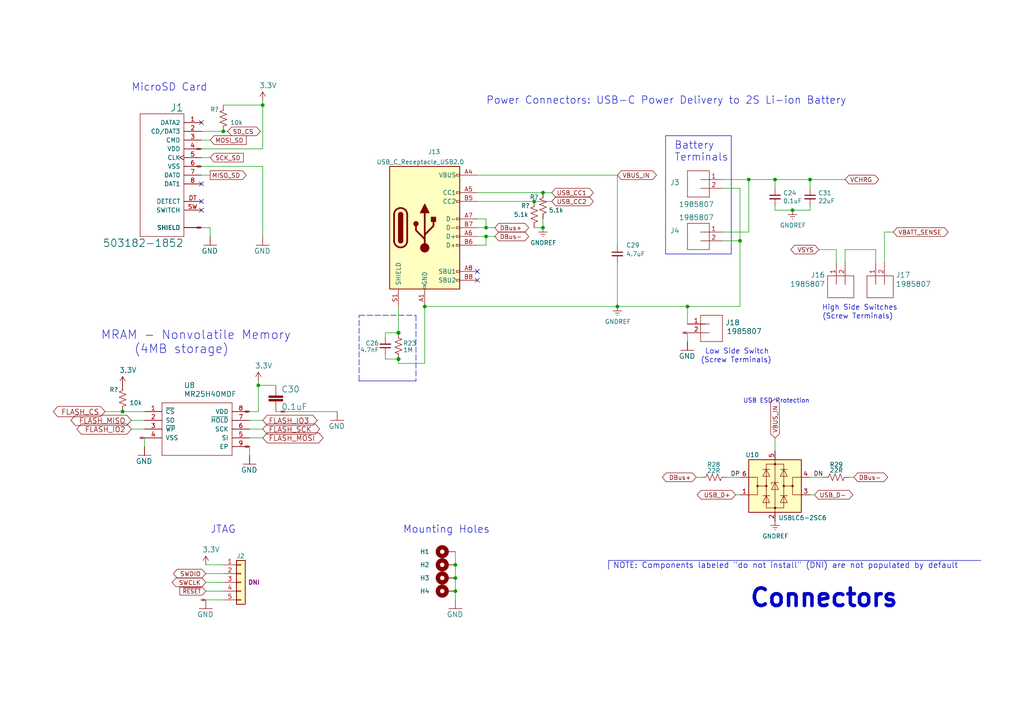
<source format=kicad_sch>
(kicad_sch (version 20230121) (generator eeschema)
  (paper "A4")
  (title_block (title "PyCubed Mainboard") (date "2021-06-09") (rev "v05c") (company "Max Holliday"))
  (lib_symbols
    (symbol "Connector_Generic:Conn_01x05" (pin_names (offset 1.016) hide)
      (property "Reference" "J" (at 0 7.62 0))
      (property "Value" "Conn_01x05" (at 0 -7.62 0))
      (symbol "Conn_01x05_1_1"
        (rectangle (start -1.27 -4.953) (end 0 -5.207) (stroke (width 0.1524)))
        (rectangle (start -1.27 -2.413) (end 0 -2.667) (stroke (width 0.1524)))
        (rectangle (start -1.27 0.127) (end 0 -0.127) (stroke (width 0.1524)))
        (rectangle (start -1.27 2.667) (end 0 2.413) (stroke (width 0.1524)))
        (rectangle (start -1.27 5.207) (end 0 4.953) (stroke (width 0.1524)))
        (rectangle (start -1.27 6.35) (end 1.27 -6.35) (stroke (width 0.254)) (fill (type background)))
        (pin passive line (at -5.08 5.08 0) (length 3.81) (name "Pin_1") (number "1"))
        (pin passive line (at -5.08 2.54 0) (length 3.81) (name "Pin_2") (number "2"))
        (pin passive line (at -5.08 0 0) (length 3.81) (name "Pin_3") (number "3"))
        (pin passive line (at -5.08 -2.54 0) (length 3.81) (name "Pin_4") (number "4"))
        (pin passive line (at -5.08 -5.08 0) (length 3.81) (name "Pin_5") (number "5"))
      )
    )
    (symbol "Device:C_Small" (pin_numbers hide) (pin_names (offset 0.254) hide)
      (property "Reference" "C" (at 0.254 1.778 0))
      (property "Value" "C_Small" (at 0.254 -2.032 0))
      (symbol "C_Small_0_1"
        (polyline (pts (xy -1.524 -0.508) (xy 1.524 -0.508)) (stroke (width 0.3302)))
        (polyline (pts (xy -1.524 0.508) (xy 1.524 0.508)) (stroke (width 0.3048)))
      )
      (symbol "C_Small_1_1"
        (pin passive line (at 0 2.54 270) (length 2.032) (name "~") (number "1"))
        (pin passive line (at 0 -2.54 90) (length 2.032) (name "~") (number "2"))
      )
    )
    (symbol "Device:R_US" (pin_numbers hide) (pin_names (offset 0))
      (property "Reference" "R" (at 2.54 0 90))
      (property "Value" "R_US" (at -2.54 0 90))
      (symbol "R_US_0_1"
        (polyline (pts (xy 0 -2.286) (xy 0 -2.54)))
        (polyline (pts (xy 0 2.286) (xy 0 2.54)))
        (polyline (pts (xy 0 -0.762) (xy 1.016 -1.143) (xy 0 -1.524) (xy -1.016 -1.905) (xy 0 -2.286)))
        (polyline (pts (xy 0 0.762) (xy 1.016 0.381) (xy 0 0) (xy -1.016 -0.381) (xy 0 -0.762)))
        (polyline (pts (xy 0 2.286) (xy 1.016 1.905) (xy 0 1.524) (xy -1.016 1.143) (xy 0 0.762)))
      )
      (symbol "R_US_1_1"
        (pin passive line (at 0 3.81 270) (length 1.27) (name "~") (number "1"))
        (pin passive line (at 0 -3.81 90) (length 1.27) (name "~") (number "2"))
      )
    )
    (symbol "Mechanical:MountingHole_Pad" (pin_numbers hide) (pin_names (offset 1.016) hide)
      (property "Reference" "H" (at 0 6.35 0))
      (property "Value" "MountingHole_Pad" (at 0 4.445 0))
      (symbol "MountingHole_Pad_0_1"
        (circle (center 0 1.27) (radius 1.27) (stroke (width 1.27)))
      )
      (symbol "MountingHole_Pad_1_1"
        (pin input line (at 0 -2.54 90) (length 2.54) (name "1") (number "1"))
      )
    )
    (symbol "Power_Protection:USBLC6-2SC6" (pin_names hide)
      (property "Reference" "U" (at 2.54 8.89 0))
      (property "Value" "USBLC6-2SC6" (at 2.54 -8.89 0))
      (symbol "USBLC6-2SC6_0_1"
        (rectangle (start -7.62 -7.62) (end 7.62 7.62) (stroke (width 0.254)) (fill (type background)))
        (circle (center -5.08 0) (radius 0.254) (fill (type outline)))
        (circle (center -2.54 0) (radius 0.254) (fill (type outline)))
        (rectangle (start -2.54 6.35) (end 2.54 -6.35))
        (circle (center 0 -6.35) (radius 0.254) (fill (type outline)))
        (polyline (pts (xy -5.08 -2.54) (xy -7.62 -2.54)))
        (polyline (pts (xy -5.08 0) (xy -5.08 -2.54)))
        (polyline (pts (xy -5.08 2.54) (xy -7.62 2.54)))
        (polyline (pts (xy -1.524 -2.794) (xy -3.556 -2.794)))
        (polyline (pts (xy -1.524 4.826) (xy -3.556 4.826)))
        (polyline (pts (xy 0 -7.62) (xy 0 -6.35)))
        (polyline (pts (xy 0 -6.35) (xy 0 1.27)))
        (polyline (pts (xy 0 1.27) (xy 0 6.35)))
        (polyline (pts (xy 0 6.35) (xy 0 7.62)))
        (polyline (pts (xy 1.524 -2.794) (xy 3.556 -2.794)))
        (polyline (pts (xy 1.524 4.826) (xy 3.556 4.826)))
        (polyline (pts (xy 5.08 -2.54) (xy 7.62 -2.54)))
        (polyline (pts (xy 5.08 0) (xy 5.08 -2.54)))
        (polyline (pts (xy 5.08 2.54) (xy 7.62 2.54)))
        (polyline (pts (xy -2.54 0) (xy -5.08 0) (xy -5.08 2.54)))
        (polyline (pts (xy 2.54 0) (xy 5.08 0) (xy 5.08 2.54)))
        (polyline (pts (xy -3.556 -4.826) (xy -1.524 -4.826) (xy -2.54 -2.794) (xy -3.556 -4.826)))
        (polyline (pts (xy -3.556 2.794) (xy -1.524 2.794) (xy -2.54 4.826) (xy -3.556 2.794)))
        (polyline (pts (xy -1.016 -1.016) (xy 1.016 -1.016) (xy 0 1.016) (xy -1.016 -1.016)))
        (polyline (pts (xy 1.016 1.016) (xy 0.762 1.016) (xy -1.016 1.016) (xy -1.016 0.508)))
        (polyline (pts (xy 3.556 -4.826) (xy 1.524 -4.826) (xy 2.54 -2.794) (xy 3.556 -4.826)))
        (polyline (pts (xy 3.556 2.794) (xy 1.524 2.794) (xy 2.54 4.826) (xy 3.556 2.794)))
        (circle (center 0 6.35) (radius 0.254) (fill (type outline)))
        (circle (center 2.54 0) (radius 0.254) (fill (type outline)))
        (circle (center 5.08 0) (radius 0.254) (fill (type outline)))
      )
      (symbol "USBLC6-2SC6_1_1"
        (pin passive line (at -10.16 -2.54 0) (length 2.54) (name "I/O1") (number "1"))
        (pin passive line (at 0 -10.16 90) (length 2.54) (name "GND") (number "2"))
        (pin passive line (at 10.16 -2.54 180) (length 2.54) (name "I/O2") (number "3"))
        (pin passive line (at 10.16 2.54 180) (length 2.54) (name "I/O2") (number "4"))
        (pin passive line (at 0 10.16 270) (length 2.54) (name "VBUS") (number "5"))
        (pin passive line (at -10.16 2.54 0) (length 2.54) (name "I/O1") (number "6"))
      )
    )
    (symbol "mainboard-rescue:USB_C_Receptacle_USB2.0-Connector" (pin_names (offset 1.016))
      (property "Reference" "J" (at -10.16 19.05 0))
      (property "Value" "Connector_USB_C_Receptacle_USB2.0" (at 19.05 19.05 0))
      (symbol "USB_C_Receptacle_USB2.0-Connector_0_0"
        (rectangle (start -0.254 -17.78) (end 0.254 -16.764))
        (rectangle (start 10.16 -14.986) (end 9.144 -15.494))
        (rectangle (start 10.16 -12.446) (end 9.144 -12.954))
        (rectangle (start 10.16 -4.826) (end 9.144 -5.334))
        (rectangle (start 10.16 -2.286) (end 9.144 -2.794))
        (rectangle (start 10.16 0.254) (end 9.144 -0.254))
        (rectangle (start 10.16 2.794) (end 9.144 2.286))
        (rectangle (start 10.16 7.874) (end 9.144 7.366))
        (rectangle (start 10.16 10.414) (end 9.144 9.906))
        (rectangle (start 10.16 15.494) (end 9.144 14.986))
      )
      (symbol "USB_C_Receptacle_USB2.0-Connector_0_1"
        (rectangle (start -10.16 17.78) (end 10.16 -17.78) (stroke (width 0.254)) (fill (type background)))
        (arc (start -8.89 -3.81) (mid -6.985 -5.7067) (end -5.08 -3.81) (stroke (width 0.508)))
        (arc (start -7.62 -3.81) (mid -6.985 -4.4423) (end -6.35 -3.81) (stroke (width 0.254)))
        (arc (start -7.62 -3.81) (mid -6.985 -4.4423) (end -6.35 -3.81) (stroke (width 0.254)) (fill (type outline)))
        (rectangle (start -7.62 -3.81) (end -6.35 3.81) (stroke (width 0.254)) (fill (type outline)))
        (arc (start -6.35 3.81) (mid -6.985 4.4423) (end -7.62 3.81) (stroke (width 0.254)))
        (arc (start -6.35 3.81) (mid -6.985 4.4423) (end -7.62 3.81) (stroke (width 0.254)) (fill (type outline)))
        (arc (start -5.08 3.81) (mid -6.985 5.7067) (end -8.89 3.81) (stroke (width 0.508)))
        (circle (center -2.54 1.143) (radius 0.635) (stroke (width 0.254)) (fill (type outline)))
        (circle (center 0 -5.842) (radius 1.27) (fill (type outline)))
        (polyline (pts (xy -8.89 -3.81) (xy -8.89 3.81)) (stroke (width 0.508)))
        (polyline (pts (xy -5.08 3.81) (xy -5.08 -3.81)) (stroke (width 0.508)))
        (polyline (pts (xy 0 -5.842) (xy 0 4.318)) (stroke (width 0.508)))
        (polyline (pts (xy 0 -3.302) (xy -2.54 -0.762) (xy -2.54 0.508)) (stroke (width 0.508)))
        (polyline (pts (xy 0 -2.032) (xy 2.54 0.508) (xy 2.54 1.778)) (stroke (width 0.508)))
        (polyline (pts (xy -1.27 4.318) (xy 0 6.858) (xy 1.27 4.318) (xy -1.27 4.318)) (stroke (width 0.254)) (fill (type outline)))
        (rectangle (start 1.905 1.778) (end 3.175 3.048) (stroke (width 0.254)) (fill (type outline)))
      )
      (symbol "USB_C_Receptacle_USB2.0-Connector_1_1"
        (pin power_in line (at 0 -22.86 90) (length 5.08) (name "GND") (number "A1"))
        (pin passive line (at 0 -22.86 90) (length 5.08) hide (name "GND") (number "A12"))
        (pin power_in line (at 15.24 15.24 180) (length 5.08) (name "VBUS") (number "A4"))
        (pin bidirectional line (at 15.24 10.16 180) (length 5.08) (name "CC1") (number "A5"))
        (pin bidirectional line (at 15.24 -2.54 180) (length 5.08) (name "D+") (number "A6"))
        (pin bidirectional line (at 15.24 2.54 180) (length 5.08) (name "D-") (number "A7"))
        (pin bidirectional line (at 15.24 -12.7 180) (length 5.08) (name "SBU1") (number "A8"))
        (pin passive line (at 15.24 15.24 180) (length 5.08) hide (name "VBUS") (number "A9"))
        (pin passive line (at 0 -22.86 90) (length 5.08) hide (name "GND") (number "B1"))
        (pin passive line (at 0 -22.86 90) (length 5.08) hide (name "GND") (number "B12"))
        (pin passive line (at 15.24 15.24 180) (length 5.08) hide (name "VBUS") (number "B4"))
        (pin bidirectional line (at 15.24 7.62 180) (length 5.08) (name "CC2") (number "B5"))
        (pin bidirectional line (at 15.24 -5.08 180) (length 5.08) (name "D+") (number "B6"))
        (pin bidirectional line (at 15.24 0 180) (length 5.08) (name "D-") (number "B7"))
        (pin bidirectional line (at 15.24 -15.24 180) (length 5.08) (name "SBU2") (number "B8"))
        (pin passive line (at 15.24 15.24 180) (length 5.08) hide (name "VBUS") (number "B9"))
        (pin passive line (at -7.62 -22.86 90) (length 5.08) (name "SHIELD") (number "S1"))
      )
    )
    (symbol "mainboard:2.2UF-0603-10V-20%" (pin_names (offset 1.016))
      (property "Reference" "C" (at 1.524 2.921 0))
      (property "Value" "2.2UF-0603-10V-20%" (at 1.524 -2.159 0))
      (symbol "2.2UF-0603-10V-20%_1_0"
        (rectangle (start -2.032 0.508) (end 2.032 1.016) (fill (type outline)))
        (rectangle (start -2.032 1.524) (end 2.032 2.032) (fill (type outline)))
        (polyline (pts (xy 0 0) (xy 0 0.508)))
        (polyline (pts (xy 0 2.54) (xy 0 2.032)))
        (pin passive line (at 0 5.08 270) (length 2.54) (name "1") (number "1"))
        (pin passive line (at 0 -2.54 90) (length 2.54) (name "2") (number "2"))
      )
    )
    (symbol "mainboard:3.3V" (power) (pin_names (offset 1.016))
      (property "Value" "3.3V" (at -1.016 3.556 0))
      (symbol "3.3V_1_0"
        (polyline (pts (xy 0 2.54) (xy -0.762 1.27)))
        (polyline (pts (xy 0.762 1.27) (xy 0 2.54)))
        (pin power_in line (at 0 0 90) (length 2.54) (name "3.3V") (number "1"))
      )
    )
    (symbol "mainboard:503182-1852" (pin_names (offset 1.016))
      (property "Reference" "J" (at 0 18.3642 0))
      (property "Value" "503182-1852" (at 0 -20.9042 0))
      (symbol "503182-1852_1_0"
        (polyline (pts (xy 0 -17.78) (xy 12.7 -17.78)))
        (polyline (pts (xy 0 17.78) (xy 0 -17.78)))
        (polyline (pts (xy 12.7 -17.78) (xy 12.7 17.78)))
        (polyline (pts (xy 12.7 17.78) (xy 0 17.78)))
        (pin bidirectional line (at -5.08 15.24 0) (length 5.08) (name "DATA2") (number "1"))
        (pin bidirectional line (at -5.08 12.7 0) (length 5.08) (name "CD/DAT3") (number "2"))
        (pin bidirectional line (at -5.08 10.16 0) (length 5.08) (name "CMD") (number "3"))
        (pin power_in line (at -5.08 7.62 0) (length 5.08) (name "VDD") (number "4"))
        (pin bidirectional clock (at -5.08 5.08 0) (length 5.08) (name "CLK") (number "5"))
        (pin power_in line (at -5.08 2.54 0) (length 5.08) (name "VSS") (number "6"))
        (pin bidirectional line (at -5.08 0 0) (length 5.08) (name "DAT0") (number "7"))
        (pin bidirectional line (at -5.08 -2.54 0) (length 5.08) (name "DAT1") (number "8"))
        (pin bidirectional line (at -5.08 -7.62 0) (length 5.08) (name "DETECT") (number "DT"))
        (pin passive line (at -5.08 -15.24 0) (length 5.08) (name "SHIELD") (number "P1"))
        (pin passive line (at -5.08 -15.24 0) (length 5.08) (name "SHIELD") (number "P2"))
        (pin passive line (at -5.08 -15.24 0) (length 5.08) (name "SHIELD") (number "P3"))
        (pin passive line (at -5.08 -15.24 0) (length 5.08) (name "SHIELD") (number "P4"))
        (pin passive line (at -5.08 -15.24 0) (length 5.08) (name "SHIELD") (number "P5"))
        (pin bidirectional line (at -5.08 -10.16 0) (length 5.08) (name "SWITCH") (number "SW"))
      )
    )
    (symbol "mainboard:GND" (power) (pin_names (offset 1.016))
      (property "Value" "GND" (at -2.54 -2.54 0))
      (symbol "GND_1_0"
        (polyline (pts (xy -1.905 0) (xy 1.905 0)))
        (pin power_in line (at 0 2.54 270) (length 2.54) (name "GND") (number "1"))
      )
    )
    (symbol "mainboard:M023.5MM_LOCK" (pin_names (offset 1.016))
      (property "Reference" "JP" (at -2.54 5.842 0))
      (property "Value" "M023.5MM_LOCK" (at -2.54 -5.08 0))
      (symbol "M023.5MM_LOCK_1_0"
        (polyline (pts (xy -2.54 5.08) (xy -2.54 -2.54)))
        (polyline (pts (xy -2.54 5.08) (xy 3.81 5.08)))
        (polyline (pts (xy 1.27 0) (xy 2.54 0)))
        (polyline (pts (xy 1.27 2.54) (xy 2.54 2.54)))
        (polyline (pts (xy 3.81 -2.54) (xy -2.54 -2.54)))
        (polyline (pts (xy 3.81 -2.54) (xy 3.81 5.08)))
        (pin passive line (at 7.62 0 180) (length 5.08) (name "1") (number "1"))
        (pin passive line (at 7.62 2.54 180) (length 5.08) (name "2") (number "2"))
      )
    )
    (symbol "mainboard:MR25H40MDF" (pin_names (offset 1.016))
      (property "Reference" "U" (at 11.43 7.62 0))
      (property "Value" "MR25H40MDF" (at 11.43 5.08 0))
      (symbol "MR25H40MDF_1_0"
        (polyline (pts (xy 5.08 2.54) (xy 5.08 -12.7)))
        (polyline (pts (xy 5.08 2.54) (xy 25.4 2.54)))
        (polyline (pts (xy 25.4 -12.7) (xy 5.08 -12.7)))
        (polyline (pts (xy 25.4 -12.7) (xy 25.4 2.54)))
        (pin bidirectional line (at 0 0 0) (length 5.08) (name "~{CS}") (number "1"))
        (pin bidirectional line (at 0 -2.54 0) (length 5.08) (name "SO") (number "2"))
        (pin bidirectional line (at 0 -5.08 0) (length 5.08) (name "~{WP}") (number "3"))
        (pin bidirectional line (at 0 -7.62 0) (length 5.08) (name "VSS") (number "4"))
        (pin bidirectional line (at 30.48 -7.62 180) (length 5.08) (name "SI") (number "5"))
        (pin bidirectional line (at 30.48 -5.08 180) (length 5.08) (name "SCK") (number "6"))
        (pin bidirectional line (at 30.48 -2.54 180) (length 5.08) (name "~{HOLD}") (number "7"))
        (pin bidirectional line (at 30.48 0 180) (length 5.08) (name "VDD") (number "8"))
        (pin bidirectional line (at 30.48 -10.16 180) (length 5.08) (name "EP") (number "9"))
      )
    )
    (symbol "power:GNDREF" (power) (pin_names (offset 0))
      (property "Value" "GNDREF" (at 0 -3.81 0))
      (symbol "GNDREF_0_1"
        (polyline (pts (xy -0.635 -1.905) (xy 0.635 -1.905)))
        (polyline (pts (xy -0.127 -2.54) (xy 0.127 -2.54)))
        (polyline (pts (xy 0 -1.27) (xy 0 0)))
        (polyline (pts (xy 1.27 -1.27) (xy -1.27 -1.27)))
      )
      (symbol "GNDREF_1_1"
        (pin power_in line (at 0 0 270) (length 0) hide (name "GNDREF") (number "1"))
      )
    )
  )
  (junction (at 76.2 30.48))
  (junction (at 64.77 38.1))
  (junction (at 234.95 52.07))
  (junction (at 214.63 69.85))
  (junction (at 229.87 60.96))
  (junction (at 35.56 119.38))
  (junction (at 157.48 55.88))
  (junction (at 140.97 66.04))
  (junction (at 132.08 163.83))
  (junction (at 123.19 88.9))
  (junction (at 199.39 88.9))
  (junction (at 115.57 104.14) (diameter 1.016))
  (junction (at 132.08 171.45))
  (junction (at 217.17 52.07))
  (junction (at 179.07 88.9))
  (junction (at 140.97 68.58))
  (junction (at 157.48 66.04))
  (junction (at 154.94 58.42))
  (junction (at 224.79 52.07))
  (junction (at 74.93 111.76))
  (junction (at 132.08 167.64))
  (junction (at 115.57 96.52) (diameter 1.016))
  (no_connect (at 138.43 81.28))
  (no_connect (at 58.42 58.42))
  (no_connect (at 58.42 60.96))
  (no_connect (at 138.43 78.74))
  (no_connect (at 58.42 53.34))
  (no_connect (at 58.42 35.56))
  (wire (pts (xy 38.1 121.92) (xy 41.91 121.92)))
  (wire (pts (xy 242.57 72.39) (xy 242.57 76.2)))
  (wire (pts (xy 80.01 111.76) (xy 74.93 111.76)))
  (wire (pts (xy 64.77 166.37) (xy 59.69 166.37)))
  (wire (pts (xy 140.97 68.58) (xy 138.43 68.58)))
  (wire (pts (xy 245.11 72.39) (xy 254 72.39)))
  (wire (pts (xy 132.08 171.45) (xy 132.08 173.99)))
  (polyline (pts (xy 120.65 91.44) (xy 120.65 110.49)) (stroke (width 0) (type dash)))
  (wire (pts (xy 140.97 71.12) (xy 140.97 68.58)))
  (wire (pts (xy 199.39 96.52) (xy 199.39 99.06)))
  (wire (pts (xy 199.39 88.9) (xy 214.63 88.9)))
  (wire (pts (xy 203.2 138.43) (xy 201.93 138.43)))
  (wire (pts (xy 132.08 160.02) (xy 132.08 163.83)))
  (wire (pts (xy 41.91 127) (xy 41.91 129.54)))
  (wire (pts (xy 74.93 111.76) (xy 74.93 110.49)))
  (wire (pts (xy 64.77 30.48) (xy 76.2 30.48)))
  (wire (pts (xy 58.42 48.26) (xy 76.2 48.26)))
  (wire (pts (xy 199.39 93.98) (xy 199.39 88.9)))
  (wire (pts (xy 247.65 138.43) (xy 246.38 138.43)))
  (wire (pts (xy 72.39 119.38) (xy 74.93 119.38)))
  (polyline (pts (xy 176.53 162.56) (xy 284.48 162.56)))
  (wire (pts (xy 214.63 138.43) (xy 210.82 138.43)))
  (wire (pts (xy 30.48 119.38) (xy 35.56 119.38)))
  (wire (pts (xy 224.79 127) (xy 224.79 130.81)))
  (wire (pts (xy 138.43 58.42) (xy 154.94 58.42)))
  (wire (pts (xy 64.77 168.91) (xy 59.69 168.91)))
  (wire (pts (xy 58.42 38.1) (xy 64.77 38.1)))
  (wire (pts (xy 115.57 104.14) (xy 115.57 105.41)))
  (wire (pts (xy 209.55 52.07) (xy 217.17 52.07)))
  (wire (pts (xy 234.95 143.51) (xy 236.22 143.51)))
  (wire (pts (xy 58.42 66.04) (xy 60.96 66.04)))
  (wire (pts (xy 60.96 66.04) (xy 60.96 68.58)))
  (wire (pts (xy 234.95 52.07) (xy 245.11 52.07)))
  (polyline (pts (xy 104.14 110.49) (xy 120.65 110.49)))
  (wire (pts (xy 217.17 52.07) (xy 224.79 52.07)))
  (wire (pts (xy 154.94 58.42) (xy 160.02 58.42)))
  (wire (pts (xy 179.07 50.8) (xy 138.43 50.8)))
  (wire (pts (xy 140.97 63.5) (xy 140.97 66.04)))
  (wire (pts (xy 140.97 66.04) (xy 138.43 66.04)))
  (wire (pts (xy 138.43 55.88) (xy 157.48 55.88)))
  (wire (pts (xy 157.48 66.04) (xy 157.48 63.5)))
  (wire (pts (xy 111.76 102.87) (xy 111.76 104.14)))
  (polyline (pts (xy 104.14 91.44) (xy 120.65 91.44)) (stroke (width 0) (type dash)))
  (wire (pts (xy 138.43 71.12) (xy 140.97 71.12)))
  (wire (pts (xy 245.11 76.2) (xy 245.11 72.39)))
  (polyline (pts (xy 193.04 73.66) (xy 193.04 39.37)))
  (wire (pts (xy 74.93 119.38) (xy 74.93 111.76)))
  (wire (pts (xy 72.39 129.54) (xy 72.39 132.08)))
  (wire (pts (xy 234.95 54.61) (xy 234.95 52.07)))
  (wire (pts (xy 224.79 60.96) (xy 224.79 59.69)))
  (polyline (pts (xy 176.53 165.1) (xy 176.53 162.56)))
  (polyline (pts (xy 212.09 73.66) (xy 212.09 39.37)))
  (wire (pts (xy 80.01 119.38) (xy 97.79 119.38)))
  (wire (pts (xy 209.55 54.61) (xy 214.63 54.61)))
  (wire (pts (xy 76.2 121.92) (xy 72.39 121.92)))
  (wire (pts (xy 76.2 124.46) (xy 72.39 124.46)))
  (wire (pts (xy 224.79 54.61) (xy 224.79 52.07)))
  (wire (pts (xy 214.63 69.85) (xy 209.55 69.85)))
  (wire (pts (xy 224.79 52.07) (xy 234.95 52.07)))
  (wire (pts (xy 58.42 43.18) (xy 76.2 43.18)))
  (wire (pts (xy 256.54 67.31) (xy 259.08 67.31)))
  (wire (pts (xy 234.95 60.96) (xy 234.95 59.69)))
  (wire (pts (xy 132.08 167.64) (xy 132.08 171.45)))
  (wire (pts (xy 154.94 66.04) (xy 157.48 66.04)))
  (wire (pts (xy 254 72.39) (xy 254 76.2)))
  (wire (pts (xy 115.57 96.52) (xy 111.76 96.52)))
  (wire (pts (xy 76.2 43.18) (xy 76.2 30.48)))
  (polyline (pts (xy 104.14 110.49) (xy 104.14 91.44)) (stroke (width 0) (type dash)))
  (wire (pts (xy 64.77 38.1) (xy 66.04 38.1)))
  (wire (pts (xy 59.69 163.83) (xy 64.77 163.83)))
  (wire (pts (xy 123.19 105.41) (xy 123.19 88.9)))
  (wire (pts (xy 38.1 124.46) (xy 41.91 124.46)))
  (wire (pts (xy 111.76 96.52) (xy 111.76 97.79)))
  (wire (pts (xy 213.36 143.51) (xy 214.63 143.51)))
  (wire (pts (xy 76.2 30.48) (xy 76.2 29.21)))
  (wire (pts (xy 140.97 66.04) (xy 143.51 66.04)))
  (wire (pts (xy 224.79 60.96) (xy 229.87 60.96)))
  (wire (pts (xy 256.54 76.2) (xy 256.54 67.31)))
  (wire (pts (xy 237.49 72.39) (xy 242.57 72.39)))
  (wire (pts (xy 214.63 54.61) (xy 214.63 69.85)))
  (wire (pts (xy 58.42 50.8) (xy 60.96 50.8)))
  (wire (pts (xy 58.42 45.72) (xy 60.96 45.72)))
  (wire (pts (xy 179.07 50.8) (xy 179.07 71.12)))
  (wire (pts (xy 64.77 171.45) (xy 59.69 171.45)))
  (polyline (pts (xy 193.04 39.37) (xy 212.09 39.37)))
  (wire (pts (xy 115.57 88.9) (xy 115.57 96.52)))
  (wire (pts (xy 229.87 60.96) (xy 234.95 60.96)))
  (wire (pts (xy 59.69 173.99) (xy 64.77 173.99)))
  (wire (pts (xy 76.2 48.26) (xy 76.2 68.58)))
  (wire (pts (xy 111.76 104.14) (xy 115.57 104.14)))
  (wire (pts (xy 214.63 88.9) (xy 214.63 69.85)))
  (wire (pts (xy 179.07 76.2) (xy 179.07 88.9)))
  (wire (pts (xy 179.07 88.9) (xy 199.39 88.9)))
  (wire (pts (xy 132.08 163.83) (xy 132.08 167.64)))
  (wire (pts (xy 35.56 119.38) (xy 41.91 119.38)))
  (wire (pts (xy 217.17 52.07) (xy 217.17 67.31)))
  (wire (pts (xy 209.55 67.31) (xy 217.17 67.31)))
  (wire (pts (xy 238.76 138.43) (xy 234.95 138.43)))
  (wire (pts (xy 58.42 40.64) (xy 60.96 40.64)))
  (wire (pts (xy 140.97 68.58) (xy 143.51 68.58)))
  (wire (pts (xy 123.19 88.9) (xy 179.07 88.9)))
  (polyline (pts (xy 193.04 73.66) (xy 212.09 73.66)))
  (wire (pts (xy 157.48 55.88) (xy 160.02 55.88)))
  (wire (pts (xy 76.2 127) (xy 72.39 127)))
  (wire (pts (xy 138.43 63.5) (xy 140.97 63.5)))
  (wire (pts (xy 115.57 105.41) (xy 123.19 105.41)))
  (text "Power Connectors: USB-C Power Delivery to 2S Li-ion Battery" (at 140.97 30.48 0) (effects (font (size 2.159 2.159)) (justify left bottom)))
  (text "(Screw Terminals)" (at 259.08 92.71 0) (effects (font (size 1.4986 1.4986)) (justify right bottom)))
  (text "MicroSD Card" (at 38.1 26.67 0) (effects (font (size 2.159 2.159)) (justify left bottom)))
  (text "Mounting Holes" (at 116.84 154.94 0) (effects (font (size 2.159 2.159)) (justify left bottom)))
  (text "Low Side Switch" (at 204.47 102.87 0) (effects (font (size 1.4986 1.4986)) (justify left bottom)))
  (text "JTAG" (at 60.96 154.94 0) (effects (font (size 2.159 2.159)) (justify left bottom)))
  (text "Connectors" (at 217.17 176.53 0) (effects (font (size 5.08 5.08) (thickness 1.016) bold) (justify left bottom)))
  (text "(Screw Terminals)" (at 203.2 105.41 0) (effects (font (size 1.4986 1.4986)) (justify left bottom)))
  (text "USB ESD Protection" (at 215.519 117.094 0) (effects (font (size 1.27 1.27)) (justify left bottom)))
  (text "Battery\nTerminals" (at 195.58 46.99 0) (effects (font (size 2.159 2.159)) (justify left bottom)))
  (text "High Side Switches" (at 260.35 90.17 0) (effects (font (size 1.4986 1.4986)) (justify right bottom)))
  (text "MRAM - Nonvolatile Memory\n     (4MB storage)" (at 29.21 102.87 0) (effects (font (size 2.54 2.54)) (justify left bottom)))
  (text "NOTE: Components labeled \"do not install\" (DNI) are not populated by default" (at 177.8 165.1 0) (effects (font (size 1.651 1.651)) (justify left bottom)))
  (label "DP" (at 214.63 138.43 180))
  (label "DN" (at 238.76 138.43 180))
  (global_label "GND" (shape bidirectional) (at 81.28 119.38 0) (effects (font (size 0.254 0.254))) (property "Intersheetrefs" "${INTERSHEET_REFS}" (effects hide)))
  (global_label "FLASH_MOSI" (shape bidirectional) (at 76.2 127 0) (effects (font (size 1.4986 1.4986))) (property "Intersheetrefs" "${INTERSHEET_REFS}" (effects hide)))
  (global_label "MOSI_SD" (shape input) (at 60.96 40.64 0) (property "Intersheetrefs" "${INTERSHEET_REFS}" (effects hide)))
  (global_label "DBus-" (shape bidirectional) (at 143.51 68.58 0) (property "Intersheetrefs" "${INTERSHEET_REFS}" (effects hide)))
  (global_label "USB_D+" (shape bidirectional) (at 213.36 143.51 180) (property "Intersheetrefs" "${INTERSHEET_REFS}" (effects hide)))
  (global_label "FLASH_IO2" (shape bidirectional) (at 38.1 124.46 180) (effects (font (size 1.4986 1.4986))) (property "Intersheetrefs" "${INTERSHEET_REFS}" (effects hide)))
  (global_label "3.3V" (shape bidirectional) (at 72.39 119.38 180) (effects (font (size 0.254 0.254))) (property "Intersheetrefs" "${INTERSHEET_REFS}" (effects hide)))
  (global_label "DBus+" (shape bidirectional) (at 143.51 66.04 0) (property "Intersheetrefs" "${INTERSHEET_REFS}" (effects hide)))
  (global_label "FLASH_IO3" (shape bidirectional) (at 76.2 121.92 0) (effects (font (size 1.4986 1.4986))) (property "Intersheetrefs" "${INTERSHEET_REFS}" (effects hide)))
  (global_label "GND" (shape bidirectional) (at 59.69 173.99 180) (effects (font (size 0.254 0.254))) (property "Intersheetrefs" "${INTERSHEET_REFS}" (effects hide)))
  (global_label "VBATT_SENSE" (shape bidirectional) (at 259.08 67.31 0) (property "Intersheetrefs" "${INTERSHEET_REFS}" (effects hide)))
  (global_label "VBUS_IN" (shape bidirectional) (at 179.07 50.8 0) (property "Intersheetrefs" "${INTERSHEET_REFS}" (effects hide)))
  (global_label "3.3V" (shape bidirectional) (at 58.42 43.18 180) (effects (font (size 0.254 0.254))) (property "Intersheetrefs" "${INTERSHEET_REFS}" (effects hide)))
  (global_label "GND" (shape bidirectional) (at 41.91 127 180) (effects (font (size 0.254 0.254))) (property "Intersheetrefs" "${INTERSHEET_REFS}" (effects hide)))
  (global_label "FLASH_MISO" (shape bidirectional) (at 38.1 121.92 180) (effects (font (size 1.4986 1.4986))) (property "Intersheetrefs" "${INTERSHEET_REFS}" (effects hide)))
  (global_label "GND" (shape bidirectional) (at 58.42 48.26 180) (effects (font (size 0.254 0.254))) (property "Intersheetrefs" "${INTERSHEET_REFS}" (effects hide)))
  (global_label "FLASH_SCK" (shape bidirectional) (at 76.2 124.46 0) (effects (font (size 1.4986 1.4986))) (property "Intersheetrefs" "${INTERSHEET_REFS}" (effects hide)))
  (global_label "DBus-" (shape bidirectional) (at 247.65 138.43 0) (property "Intersheetrefs" "${INTERSHEET_REFS}" (effects hide)))
  (global_label "VSYS" (shape bidirectional) (at 237.49 72.39 180) (property "Intersheetrefs" "${INTERSHEET_REFS}" (effects hide)))
  (global_label "USB_D-" (shape bidirectional) (at 236.22 143.51 0) (property "Intersheetrefs" "${INTERSHEET_REFS}" (effects hide)))
  (global_label "SD_CS" (shape bidirectional) (at 66.04 38.1 0) (property "Intersheetrefs" "${INTERSHEET_REFS}" (effects hide)))
  (global_label "USB_CC2" (shape bidirectional) (at 160.02 58.42 0) (property "Intersheetrefs" "${INTERSHEET_REFS}" (effects hide)))
  (global_label "MISO_SD" (shape output) (at 60.96 50.8 0) (property "Intersheetrefs" "${INTERSHEET_REFS}" (effects hide)))
  (global_label "SWDIO" (shape bidirectional) (at 59.69 166.37 180) (property "Intersheetrefs" "${INTERSHEET_REFS}" (effects hide)))
  (global_label "USB_CC1" (shape bidirectional) (at 160.02 55.88 0) (property "Intersheetrefs" "${INTERSHEET_REFS}" (effects hide)))
  (global_label "GND" (shape bidirectional) (at 72.39 129.54 180) (effects (font (size 0.254 0.254))) (property "Intersheetrefs" "${INTERSHEET_REFS}" (effects hide)))
  (global_label "FLASH_CS" (shape bidirectional) (at 30.48 119.38 180) (effects (font (size 1.4986 1.4986))) (property "Intersheetrefs" "${INTERSHEET_REFS}" (effects hide)))
  (global_label "GND" (shape bidirectional) (at 199.39 96.52 180) (effects (font (size 0.254 0.254))) (property "Intersheetrefs" "${INTERSHEET_REFS}" (effects hide)))
  (global_label "~{RESET}" (shape input) (at 59.69 171.45 180) (effects (font (size 1.1684 1.1684))) (property "Intersheetrefs" "${INTERSHEET_REFS}" (effects hide)))
  (global_label "GND" (shape bidirectional) (at 58.42 66.04 180) (effects (font (size 0.254 0.254))) (property "Intersheetrefs" "${INTERSHEET_REFS}" (effects hide)))
  (global_label "VBUS_IN" (shape bidirectional) (at 224.79 127 90) (property "Intersheetrefs" "${INTERSHEET_REFS}" (effects hide)))
  (global_label "SCK_SD" (shape input) (at 60.96 45.72 0) (property "Intersheetrefs" "${INTERSHEET_REFS}" (effects hide)))
  (global_label "VCHRG" (shape bidirectional) (at 245.11 52.07 0) (property "Intersheetrefs" "${INTERSHEET_REFS}" (effects hide)))
  (global_label "DBus+" (shape bidirectional) (at 201.93 138.43 180) (property "Intersheetrefs" "${INTERSHEET_REFS}" (effects hide)))
  (global_label "SWCLK" (shape bidirectional) (at 59.69 168.91 180) (property "Intersheetrefs" "${INTERSHEET_REFS}" (effects hide)))
  (symbol (lib_id "mainboard:GND") (at 41.91 132.08 0) (unit 1)
    (property "Reference" "#GND022" (effects hide))
    (property "Value" "GND" (at 39.37 134.62 0) (effects (font (size 1.4986 1.4986)) (justify left bottom)))
    (instances (project "mainboard" (path "" (reference "#GND022") (unit 1)) (path "" (reference "#GND?") (unit 1))))
  )
  (symbol (lib_id "mainboard:M023.5MM_LOCK") (at 201.93 52.07 0) (mirror x) (unit 1)
    (property "Reference" "J3" (at 194.31 52.07 0) (effects (font (size 1.4986 1.4986)) (justify left bottom)))
    (property "Value" "1985807" (at 196.85 58.42 0) (effects (font (size 1.4986 1.4986)) (justify left bottom)))
    (property "Footprint" "mainboard:SCREWTERMINAL-3.5MM-2_LOCK" (effects hide))
    (property "Datasheet" "https://www.mouser.com/datasheet/2/324/4/1985807-1458929.pdf" (effects hide))
    (property "Description" "2-pin Screw Terminal - Side Entry" (effects hide))
    (property "Flight" "1985807" (effects hide))
    (property "Manufacturer_Name" "Phoenix Contact" (effects hide))
    (property "Manufacturer_Part_Number" "1985807" (effects hide))
    (property "Proto" "1985807" (effects hide))
    (instances (project "mainboard" (path "" (reference "J3") (unit 1)) (path "" (reference "JP?") (unit 1))))
  )
  (symbol (lib_id "mainboard:503182-1852") (at 53.34 50.8 0) (mirror y) (unit 1)
    (property "Reference" "J1" (at 53.34 32.4358 0) (effects (font (size 2.159 2.159)) (justify left bottom)))
    (property "Value" "503182-1852" (at 53.34 71.7296 0) (effects (font (size 2.159 2.159)) (justify left bottom)))
    (property "Footprint" "mainboard:MOLEX_503182-1852" (effects hide))
    (property "Datasheet" "https://www.molex.com/pdm_docs/sd/5031821852_sd.pdf" (effects hide))
    (property "Description" "Molex microSD Card Socket" (effects hide))
    (property "Flight" "5031821852" (effects hide))
    (property "Manufacturer_Name" "Molex" (effects hide))
    (property "Manufacturer_Part_Number" "5031821852" (effects hide))
    (property "Proto" "5031821852" (effects hide))
    (instances (project "mainboard" (path "" (reference "J1") (unit 1)) (path "" (reference "J?") (unit 1))))
  )
  (symbol (lib_id "mainboard:MR25H40MDF") (at 41.91 119.38 0) (unit 1)
    (property "Reference" "U8" (at 53.34 111.76 0) (effects (font (size 1.4986 1.4986)) (justify left)))
    (property "Value" "MR25H40MDF" (at 53.34 114.3 0) (effects (font (size 1.4986 1.4986)) (justify left)))
    (property "Footprint" "mainboard:SON127P600X500X90-9N" (effects hide))
    (property "Datasheet" "https://www.winbond.com/resource-files/w25q80dv%20dl_revh_10022015.pdf" (effects hide))
    (property "Description" "Non-Volatile Memory" (effects hide))
    (property "Flight" "MR25H40MDF" (effects hide))
    (property "Manufacturer_Name" "Everspin Technologies Inc." (effects hide))
    (property "Manufacturer_Part_Number" "W25Q80DVSNIG" (effects hide))
    (property "Proto" "W25Q80DVSNIG" (effects hide))
    (instances (project "mainboard" (path "" (reference "U8") (unit 1)) (path "" (reference "U?") (unit 1))))
  )
  (symbol (lib_id "mainboard:M023.5MM_LOCK") (at 201.93 67.31 0) (mirror x) (unit 1)
    (property "Reference" "J4" (at 194.31 66.04 0) (effects (font (size 1.4986 1.4986)) (justify left bottom)))
    (property "Value" "1985807" (at 196.85 62.23 0) (effects (font (size 1.4986 1.4986)) (justify left bottom)))
    (property "Footprint" "mainboard:SCREWTERMINAL-3.5MM-2_LOCK" (effects hide))
    (property "Datasheet" "https://www.mouser.com/datasheet/2/324/4/1985807-1458929.pdf" (effects hide))
    (property "Description" "2-pin Screw Terminal - Side Entry" (effects hide))
    (property "Flight" "1985807" (effects hide))
    (property "Manufacturer_Name" "Phoenix Contact" (effects hide))
    (property "Manufacturer_Part_Number" "1985807" (effects hide))
    (property "Proto" "1985807" (effects hide))
    (instances (project "mainboard" (path "" (reference "J4") (unit 1)) (path "" (reference "JP?") (unit 1))))
  )
  (symbol (lib_id "mainboard:2.2UF-0603-10V-20%") (at 80.01 116.84 0) (unit 1)
    (property "Reference" "C30" (at 81.534 113.919 0) (effects (font (size 1.778 1.778)) (justify left bottom)))
    (property "Value" "0.1uF" (at 81.534 118.999 0) (effects (font (size 1.778 1.778)) (justify left bottom)))
    (property "Footprint" "Capacitor_SMD:C_0603_1608Metric" (effects hide))
    (property "Description" "0.1uF +-10% 50V X7R 0603" (effects hide))
    (instances (project "mainboard" (path "" (reference "C30") (unit 1)) (path "" (reference "C?") (unit 1))))
  )
  (symbol (lib_id "mainboard:GND") (at 97.79 121.92 0) (unit 1)
    (property "Reference" "#GND065" (effects hide))
    (property "Value" "GND" (at 95.25 124.46 0) (effects (font (size 1.4986 1.4986)) (justify left bottom)))
    (instances (project "mainboard" (path "" (reference "#GND065") (unit 1)) (path "" (reference "#GND?") (unit 1))))
  )
  (symbol (lib_id "mainboard:GND") (at 59.69 176.53 0) (unit 1)
    (property "Reference" "#GND023" (effects hide))
    (property "Value" "GND" (at 57.15 179.07 0) (effects (font (size 1.4986 1.4986)) (justify left bottom)))
    (instances (project "mainboard" (path "" (reference "#GND023") (unit 1)) (path "" (reference "#GND?") (unit 1))))
  )
  (symbol (lib_id "Connector_Generic:Conn_01x05") (at 69.85 168.91 0) (unit 1)
    (property "Reference" "J2" (at 68.58 161.29 0) (effects (justify left)))
    (property "Value" "Conn_01x05" (effects hide))
    (property "Footprint" "Connector_PinHeader_2.54mm:PinHeader_1x05_P2.54mm_Vertical" (effects hide))
    (property "DNI" "DNI" (at 73.66 168.91 0) (effects (font bold)))
    (property "Description" "Vertical Header - 0.1in (2.54mm)" (effects hide))
  )
  (symbol (lib_id "mainboard:3.3V") (at 59.69 163.83 0) (unit 1)
    (property "Reference" "#SUPPLY0102" (effects hide))
    (property "Value" "3.3V" (at 58.674 160.274 0) (effects (font (size 1.4986 1.4986)) (justify left bottom)))
    (instances (project "mainboard" (path "" (reference "#SUPPLY0102") (unit 1)) (path "" (reference "#SUPPLY?") (unit 1))))
  )
  (symbol (lib_id "mainboard-rescue:USB_C_Receptacle_USB2.0-Connector") (at 123.19 66.04 0) (unit 1)
    (property "Reference" "J13" (at 125.9078 44.0182 0))
    (property "Value" "USB_C_Receptacle_USB2.0" (at 121.92 46.99 0))
    (property "Footprint" "mainboard:USB_C_Receptacle_XKB_U262-161N-4BVC11" (effects hide))
    (property "Datasheet" "https://datasheet.lcsc.com/szlcsc/XKB-U262-16XN-4BVC11_C319148.pdf" (effects hide))
    (property "Description" "USB Type-C Connector - Single sided" (effects hide))
    (property "Flight" "U262-161N-4BVC11" (effects hide))
    (property "Manufacturer_Name" "XKB Connectivity" (effects hide))
    (property "Manufacturer_Part_Number" "U262-161N-4BVC11" (effects hide))
    (property "Proto" "U262-161N-4BVC11" (effects hide))
  )
  (symbol (lib_id "Device:C_Small") (at 224.79 57.15 0) (unit 1)
    (property "Reference" "C24" (at 227.1268 55.9816 0) (effects (justify left)))
    (property "Value" "0.1uF" (at 227.1268 58.293 0) (effects (justify left)))
    (property "Footprint" "Capacitor_SMD:C_0603_1608Metric" (effects hide))
    (property "Description" "0.1uF +-10% 50V X7R 0603" (effects hide))
    (instances (project "mainboard" (path "" (reference "C24") (unit 1)) (path "" (reference "C?") (unit 1))))
  )
  (symbol (lib_id "Device:C_Small") (at 234.95 57.15 0) (unit 1)
    (property "Reference" "C31" (at 237.2868 55.9816 0) (effects (justify left)))
    (property "Value" "22uF" (at 237.2868 58.293 0) (effects (justify left)))
    (property "Footprint" "Capacitor_SMD:C_0603_1608Metric" (effects hide))
    (property "Description" "22uF +-20% 10V X5R" (effects hide))
    (instances (project "mainboard" (path "" (reference "C31") (unit 1)) (path "" (reference "C?") (unit 1))))
  )
  (symbol (lib_id "Device:R_US") (at 64.77 34.29 0) (mirror x) (unit 1)
    (property "Reference" "R?" (at 62.23 31.75 0))
    (property "Value" "10k" (at 68.58 35.56 0))
    (property "Footprint" "Resistor_SMD:R_0603_1608Metric" (effects hide))
    (property "Description" "10k 0603" (effects hide))
    (instances (project "mainboard" (path "" (reference "R?") (unit 1)) (path "" (reference "R?") (unit 1)) (path "" (reference "R51") (unit 1))))
  )
  (symbol (lib_id "mainboard:M023.5MM_LOCK") (at 254 83.82 270) (mirror x) (unit 1)
    (property "Reference" "J17" (at 259.7912 79.7306 90) (effects (font (size 1.4986 1.4986)) (justify left)))
    (property "Value" "1985807" (at 259.7912 82.3976 90) (effects (font (size 1.4986 1.4986)) (justify left)))
    (property "Footprint" "mainboard:SCREWTERMINAL-3.5MM-2_LOCK" (effects hide))
    (property "Datasheet" "https://www.mouser.com/datasheet/2/324/4/1985807-1458929.pdf" (effects hide))
    (property "Description" "2-pin Screw Terminal - Side Entry" (effects hide))
    (property "Flight" "1985807" (effects hide))
    (property "Manufacturer_Name" "Phoenix Contact" (effects hide))
    (property "Manufacturer_Part_Number" "1985807" (effects hide))
    (property "Proto" "1985807" (effects hide))
    (instances (project "mainboard" (path "" (reference "J17") (unit 1)) (path "" (reference "JP?") (unit 1))))
  )
  (symbol (lib_id "Device:R_US") (at 35.56 115.57 0) (mirror x) (unit 1)
    (property "Reference" "R?" (at 33.02 113.03 0))
    (property "Value" "10k" (at 39.37 116.84 0))
    (property "Footprint" "Resistor_SMD:R_0603_1608Metric" (effects hide))
    (property "Description" "10k 0603" (effects hide))
    (instances (project "mainboard" (path "" (reference "R?") (unit 1)) (path "" (reference "R?") (unit 1)) (path "" (reference "R50") (unit 1))))
  )
  (symbol (lib_id "mainboard:3.3V") (at 35.56 111.76 0) (unit 1)
    (property "Reference" "#SUPPLY0116" (effects hide))
    (property "Value" "3.3V" (at 34.544 108.204 0) (effects (font (size 1.4986 1.4986)) (justify left bottom)))
    (instances (project "mainboard" (path "" (reference "#SUPPLY0116") (unit 1)) (path "" (reference "#SUPPLY?") (unit 1))))
  )
  (symbol (lib_id "Device:R_US") (at 157.48 59.69 0) (mirror x) (unit 1)
    (property "Reference" "R?" (at 154.94 57.15 0))
    (property "Value" "5.1k" (at 161.29 60.96 0))
    (property "Footprint" "Resistor_SMD:R_0603_1608Metric" (effects hide))
    (property "Description" "5.1k 0603" (effects hide))
    (instances (project "mainboard" (path "" (reference "R?") (unit 1)) (path "" (reference "R?") (unit 1)) (path "" (reference "R40") (unit 1))))
  )
  (symbol (lib_id "Device:R_US") (at 154.94 62.23 0) (mirror x) (unit 1)
    (property "Reference" "R?" (at 152.4 59.69 0))
    (property "Value" "5.1k" (at 151.13 62.23 0))
    (property "Footprint" "Resistor_SMD:R_0603_1608Metric" (effects hide))
    (property "Description" "5.1k 0603" (effects hide))
    (instances (project "mainboard" (path "" (reference "R?") (unit 1)) (path "" (reference "R?") (unit 1)) (path "" (reference "R39") (unit 1))))
  )
  (symbol (lib_id "power:GNDREF") (at 157.48 66.04 0) (unit 1)
    (property "Reference" "#PWR0107" (effects hide))
    (property "Value" "GNDREF" (at 157.607 70.4342 0))
    (instances (project "mainboard" (path "" (reference "#PWR0107") (unit 1)) (path "" (reference "#PWR?") (unit 1))))
  )
  (symbol (lib_id "Device:C_Small") (at 179.07 73.66 0) (unit 1)
    (property "Reference" "C29" (at 181.61 71.12 0) (effects (justify left)))
    (property "Value" "4.7uF" (at 181.61 73.66 0) (effects (justify left)))
    (property "Footprint" "Capacitor_SMD:C_0603_1608Metric" (effects hide))
    (property "Description" "4.7uF +-20% 10V X5R" (effects hide))
    (instances (project "mainboard" (path "" (reference "C29") (unit 1)) (path "" (reference "C?") (unit 1))))
  )
  (symbol (lib_id "power:GNDREF") (at 179.07 88.9 0) (unit 1)
    (property "Reference" "#PWR0101" (effects hide))
    (property "Value" "GNDREF" (at 179.197 93.2942 0))
    (instances (project "mainboard" (path "" (reference "#PWR0101") (unit 1)) (path "" (reference "#PWR?") (unit 1))))
  )
  (symbol (lib_id "power:GNDREF") (at 229.87 60.96 0) (unit 1)
    (property "Reference" "#PWR0109" (effects hide))
    (property "Value" "GNDREF" (at 229.997 65.3542 0))
    (instances (project "mainboard" (path "" (reference "#PWR0109") (unit 1)) (path "" (reference "#PWR?") (unit 1))))
  )
  (symbol (lib_id "mainboard:GND") (at 72.39 134.62 0) (unit 1)
    (property "Reference" "#GND025" (effects hide))
    (property "Value" "GND" (at 69.85 137.16 0) (effects (font (size 1.4986 1.4986)) (justify left bottom)))
    (instances (project "mainboard" (path "" (reference "#GND025") (unit 1)) (path "" (reference "#GND?") (unit 1))))
  )
  (symbol (lib_id "mainboard:M023.5MM_LOCK") (at 242.57 83.82 270) (mirror x) (unit 1)
    (property "Reference" "J16" (at 239.3442 79.7306 90) (effects (font (size 1.4986 1.4986)) (justify right)))
    (property "Value" "1985807" (at 239.3442 82.3976 90) (effects (font (size 1.4986 1.4986)) (justify right)))
    (property "Footprint" "mainboard:SCREWTERMINAL-3.5MM-2_LOCK" (effects hide))
    (property "Datasheet" "https://www.mouser.com/datasheet/2/324/4/1985807-1458929.pdf" (effects hide))
    (property "Description" "2-pin Screw Terminal - Side Entry" (effects hide))
    (property "Flight" "1985807" (effects hide))
    (property "Manufacturer_Name" "Phoenix Contact" (effects hide))
    (property "Manufacturer_Part_Number" "1985807" (effects hide))
    (property "Proto" "1985807" (effects hide))
    (instances (project "mainboard" (path "" (reference "J16") (unit 1)) (path "" (reference "JP?") (unit 1))))
  )
  (symbol (lib_id "mainboard:3.3V") (at 74.93 110.49 0) (unit 1)
    (property "Reference" "#SUPPLY08" (effects hide))
    (property "Value" "3.3V" (at 73.914 106.934 0) (effects (font (size 1.4986 1.4986)) (justify left bottom)))
    (instances (project "mainboard" (path "" (reference "#SUPPLY08") (unit 1)) (path "" (reference "#SUPPLY?") (unit 1))))
  )
  (symbol (lib_id "mainboard:GND") (at 199.39 101.6 0) (unit 1)
    (property "Reference" "#GND029" (effects hide))
    (property "Value" "GND" (at 196.85 104.14 0) (effects (font (size 1.4986 1.4986)) (justify left bottom)))
    (instances (project "mainboard" (path "" (reference "#GND029") (unit 1)) (path "" (reference "#GND?") (unit 1))))
  )
  (symbol (lib_id "mainboard:GND") (at 76.2 71.12 0) (unit 1)
    (property "Reference" "#GND026" (effects hide))
    (property "Value" "GND" (at 73.66 73.66 0) (effects (font (size 1.4986 1.4986)) (justify left bottom)))
    (instances (project "mainboard" (path "" (reference "#GND026") (unit 1)) (path "" (reference "#GND?") (unit 1))))
  )
  (symbol (lib_id "mainboard:GND") (at 60.96 71.12 0) (unit 1)
    (property "Reference" "#GND024" (effects hide))
    (property "Value" "GND" (at 58.42 73.66 0) (effects (font (size 1.4986 1.4986)) (justify left bottom)))
    (instances (project "mainboard" (path "" (reference "#GND024") (unit 1)) (path "" (reference "#GND?") (unit 1))))
  )
  (symbol (lib_id "mainboard:3.3V") (at 76.2 29.21 0) (unit 1)
    (property "Reference" "#SUPPLY07" (effects hide))
    (property "Value" "3.3V" (at 75.184 25.654 0) (effects (font (size 1.4986 1.4986)) (justify left bottom)))
    (instances (project "mainboard" (path "" (reference "#SUPPLY07") (unit 1)) (path "" (reference "#SUPPLY?") (unit 1))))
  )
  (symbol (lib_id "mainboard:M023.5MM_LOCK") (at 207.01 93.98 180) (unit 1)
    (property "Reference" "J18" (at 214.63 92.71 0) (effects (font (size 1.4986 1.4986)) (justify left bottom)))
    (property "Value" "1985807" (at 220.98 95.25 0) (effects (font (size 1.4986 1.4986)) (justify left bottom)))
    (property "Footprint" "mainboard:SCREWTERMINAL-3.5MM-2_LOCK" (effects hide))
    (property "Datasheet" "https://www.mouser.com/datasheet/2/324/4/1985807-1458929.pdf" (effects hide))
    (property "Description" "2-pin Screw Terminal - Side Entry" (effects hide))
    (property "Flight" "1985807" (effects hide))
    (property "Manufacturer_Name" "Phoenix Contact" (effects hide))
    (property "Manufacturer_Part_Number" "1985807" (effects hide))
    (property "Proto" "1985807" (effects hide))
    (instances (project "mainboard" (path "" (reference "J18") (unit 1)) (path "" (reference "JP?") (unit 1))))
  )
  (symbol (lib_id "Device:C_Small") (at 111.76 100.33 180) (unit 1)
    (property "Reference" "C26" (at 107.95 99.568 0))
    (property "Value" "4.7nF" (at 107.188 101.473 0))
    (property "Footprint" "Capacitor_SMD:C_0603_1608Metric" (effects hide))
    (instances (project "mainboard" (path "" (reference "C26") (unit 1))) (project "mainboard" (path "" (reference "C62") (unit 1))))
  )
  (symbol (lib_id "Mechanical:MountingHole_Pad") (at 129.54 167.64 90) (unit 1)
    (property "Reference" "H3" (at 123.19 167.64 90))
    (property "Value" "MountingHole_Pad" (effects hide))
    (property "Footprint" "MountingHole:MountingHole_3.2mm_M3_DIN965_Pad" (effects hide))
    (property "DNI" "DNI" (effects hide))
  )
  (symbol (lib_id "Device:R_US") (at 242.57 138.43 270) (unit 1)
    (property "Reference" "R29" (at 242.57 134.747 90))
    (property "Value" "22R" (at 242.57 136.398 90))
    (property "Footprint" "Resistor_SMD:R_0603_1608Metric" (effects hide))
    (instances (project "mainboard" (path "" (reference "R29") (unit 1))) (project "mainboard" (path "" (reference "R100") (unit 1))))
  )
  (symbol (lib_id "Power_Protection:USBLC6-2SC6") (at 224.79 140.97 0) (unit 1)
    (property "Reference" "U10" (at 218.186 131.9234 0))
    (property "Value" "USBLC6-2SC6" (at 232.791 150.1925 0))
    (property "Footprint" "Package_TO_SOT_SMD:SOT-23-6" (effects hide))
    (property "Datasheet" "https://www.st.com/resource/en/datasheet/usblc6-2.pdf" (effects hide))
    (instances (project "mainboard" (path "" (reference "U10") (unit 1))) (project "mainboard" (path "" (reference "U7") (unit 1))))
  )
  (symbol (lib_id "Mechanical:MountingHole_Pad") (at 129.54 160.02 90) (unit 1)
    (property "Reference" "H1" (at 123.19 160.02 90))
    (property "Value" "MountingHole_Pad" (effects hide))
    (property "Footprint" "MountingHole:MountingHole_3.2mm_M3_DIN965_Pad" (effects hide))
    (property "DNI" "DNI" (effects hide))
  )
  (symbol (lib_id "Mechanical:MountingHole_Pad") (at 129.54 163.83 90) (unit 1)
    (property "Reference" "H2" (at 123.19 163.83 90))
    (property "Value" "MountingHole_Pad" (effects hide))
    (property "Footprint" "MountingHole:MountingHole_3.2mm_M3_DIN965_Pad" (effects hide))
    (property "DNI" "DNI" (effects hide))
  )
  (symbol (lib_id "mainboard:GND") (at 132.08 176.53 0) (unit 1)
    (property "Reference" "#GND0102" (effects hide))
    (property "Value" "GND" (at 129.54 179.07 0) (effects (font (size 1.4986 1.4986)) (justify left bottom)))
    (instances (project "mainboard" (path "" (reference "#GND0102") (unit 1)) (path "" (reference "#GND?") (unit 1)) (path "" (reference "#GND032") (unit 1))))
  )
  (symbol (lib_id "Device:R_US") (at 207.01 138.43 270) (unit 1)
    (property "Reference" "R28" (at 207.01 134.747 90))
    (property "Value" "22R" (at 207.01 136.525 90))
    (property "Footprint" "Resistor_SMD:R_0603_1608Metric" (effects hide))
    (instances (project "mainboard" (path "" (reference "R28") (unit 1))) (project "mainboard" (path "" (reference "R91") (unit 1))))
  )
  (symbol (lib_id "power:GNDREF") (at 224.79 151.13 0) (unit 1)
    (property "Reference" "#PWR06" (effects hide))
    (property "Value" "GNDREF" (at 224.917 155.5242 0))
    (instances (project "mainboard" (path "" (reference "#PWR06") (unit 1)) (path "" (reference "#PWR?") (unit 1))))
  )
  (symbol (lib_id "Device:R_US") (at 115.57 100.33 180) (unit 1)
    (property "Reference" "R23" (at 118.872 99.568 0))
    (property "Value" "1M" (at 118.364 101.473 0))
    (property "Footprint" "Resistor_SMD:R_0603_1608Metric" (effects hide))
    (instances (project "mainboard" (path "" (reference "R23") (unit 1))) (project "mainboard" (path "" (reference "R102") (unit 1))))
  )
  (symbol (lib_id "Mechanical:MountingHole_Pad") (at 129.54 171.45 90) (unit 1)
    (property "Reference" "H4" (at 123.19 171.45 90))
    (property "Value" "MountingHole_Pad" (effects hide))
    (property "Footprint" "MountingHole:MountingHole_3.2mm_M3_DIN965_Pad" (effects hide))
    (property "DNI" "DNI" (effects hide))
  )
)
</source>
